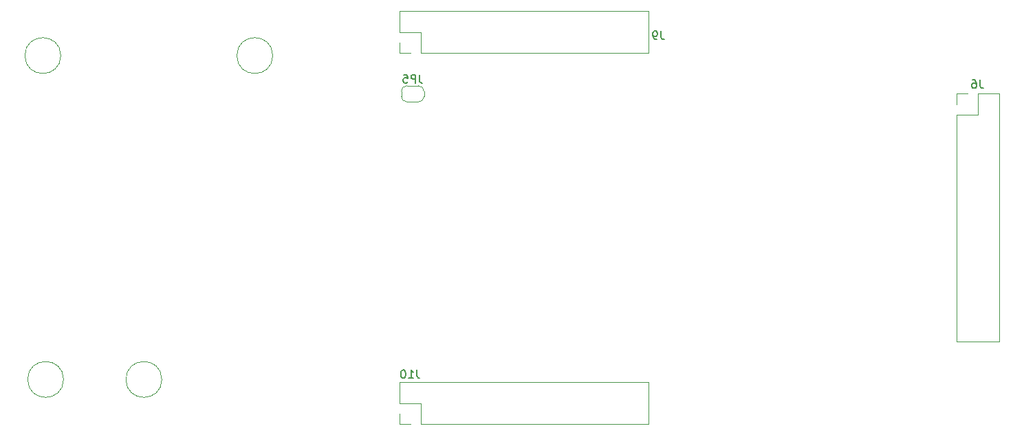
<source format=gbr>
G04 #@! TF.GenerationSoftware,KiCad,Pcbnew,(5.1.2)-1*
G04 #@! TF.CreationDate,2019-05-21T13:02:40-03:00*
G04 #@! TF.ProjectId,trololo,74726f6c-6f6c-46f2-9e6b-696361645f70,rev?*
G04 #@! TF.SameCoordinates,Original*
G04 #@! TF.FileFunction,Legend,Bot*
G04 #@! TF.FilePolarity,Positive*
%FSLAX46Y46*%
G04 Gerber Fmt 4.6, Leading zero omitted, Abs format (unit mm)*
G04 Created by KiCad (PCBNEW (5.1.2)-1) date 2019-05-21 13:02:40*
%MOMM*%
%LPD*%
G04 APERTURE LIST*
%ADD10C,0.120000*%
%ADD11C,0.150000*%
G04 APERTURE END LIST*
D10*
X117794000Y-38370000D02*
X116394000Y-38370000D01*
X115694000Y-39070000D02*
X115694000Y-39670000D01*
X116394000Y-40370000D02*
X117794000Y-40370000D01*
X118494000Y-39670000D02*
X118494000Y-39070000D01*
X118494000Y-39070000D02*
G75*
G03X117794000Y-38370000I-700000J0D01*
G01*
X117794000Y-40370000D02*
G75*
G03X118494000Y-39670000I0J700000D01*
G01*
X115694000Y-39670000D02*
G75*
G03X116394000Y-40370000I700000J0D01*
G01*
X116394000Y-38370000D02*
G75*
G03X115694000Y-39070000I0J-700000D01*
G01*
X115510000Y-29150000D02*
X115510000Y-31750000D01*
X115510000Y-29150000D02*
X146110000Y-29150000D01*
X146110000Y-29150000D02*
X146110000Y-34350000D01*
X118110000Y-34350000D02*
X146110000Y-34350000D01*
X118110000Y-31750000D02*
X118110000Y-34350000D01*
X115510000Y-31750000D02*
X118110000Y-31750000D01*
X115510000Y-34350000D02*
X116840000Y-34350000D01*
X115510000Y-33020000D02*
X115510000Y-34350000D01*
X74110000Y-74560000D02*
G75*
G03X74110000Y-74560000I-2210000J0D01*
G01*
X86210000Y-74560000D02*
G75*
G03X86210000Y-74560000I-2210000J0D01*
G01*
X115510000Y-74870000D02*
X115510000Y-77470000D01*
X115510000Y-74870000D02*
X146110000Y-74870000D01*
X146110000Y-74870000D02*
X146110000Y-80070000D01*
X118110000Y-80070000D02*
X146110000Y-80070000D01*
X118110000Y-77470000D02*
X118110000Y-80070000D01*
X115510000Y-77470000D02*
X118110000Y-77470000D01*
X115510000Y-80070000D02*
X116840000Y-80070000D01*
X115510000Y-78740000D02*
X115510000Y-80070000D01*
X185420000Y-39310000D02*
X184090000Y-39310000D01*
X184090000Y-39310000D02*
X184090000Y-40640000D01*
X186690000Y-39310000D02*
X186690000Y-41910000D01*
X186690000Y-41910000D02*
X184090000Y-41910000D01*
X184090000Y-41910000D02*
X184090000Y-69910000D01*
X189290000Y-69910000D02*
X184090000Y-69910000D01*
X189290000Y-39310000D02*
X189290000Y-69910000D01*
X189290000Y-39310000D02*
X186690000Y-39310000D01*
X99870000Y-34660000D02*
G75*
G03X99870000Y-34660000I-2210000J0D01*
G01*
X73770000Y-34660000D02*
G75*
G03X73770000Y-34660000I-2210000J0D01*
G01*
D11*
X117927333Y-37022380D02*
X117927333Y-37736666D01*
X117974952Y-37879523D01*
X118070190Y-37974761D01*
X118213047Y-38022380D01*
X118308285Y-38022380D01*
X117451142Y-38022380D02*
X117451142Y-37022380D01*
X117070190Y-37022380D01*
X116974952Y-37070000D01*
X116927333Y-37117619D01*
X116879714Y-37212857D01*
X116879714Y-37355714D01*
X116927333Y-37450952D01*
X116974952Y-37498571D01*
X117070190Y-37546190D01*
X117451142Y-37546190D01*
X115974952Y-37022380D02*
X116451142Y-37022380D01*
X116498761Y-37498571D01*
X116451142Y-37450952D01*
X116355904Y-37403333D01*
X116117809Y-37403333D01*
X116022571Y-37450952D01*
X115974952Y-37498571D01*
X115927333Y-37593809D01*
X115927333Y-37831904D01*
X115974952Y-37927142D01*
X116022571Y-37974761D01*
X116117809Y-38022380D01*
X116355904Y-38022380D01*
X116451142Y-37974761D01*
X116498761Y-37927142D01*
X147658413Y-31657040D02*
X147658413Y-32371326D01*
X147706032Y-32514183D01*
X147801270Y-32609421D01*
X147944127Y-32657040D01*
X148039365Y-32657040D01*
X147134603Y-32657040D02*
X146944127Y-32657040D01*
X146848889Y-32609421D01*
X146801270Y-32561802D01*
X146706032Y-32418945D01*
X146658413Y-32228469D01*
X146658413Y-31847517D01*
X146706032Y-31752279D01*
X146753651Y-31704660D01*
X146848889Y-31657040D01*
X147039365Y-31657040D01*
X147134603Y-31704660D01*
X147182222Y-31752279D01*
X147229841Y-31847517D01*
X147229841Y-32085612D01*
X147182222Y-32180850D01*
X147134603Y-32228469D01*
X147039365Y-32276088D01*
X146848889Y-32276088D01*
X146753651Y-32228469D01*
X146706032Y-32180850D01*
X146658413Y-32085612D01*
X117591103Y-73391780D02*
X117591103Y-74106066D01*
X117638722Y-74248923D01*
X117733960Y-74344161D01*
X117876818Y-74391780D01*
X117972056Y-74391780D01*
X116591103Y-74391780D02*
X117162532Y-74391780D01*
X116876818Y-74391780D02*
X116876818Y-73391780D01*
X116972056Y-73534638D01*
X117067294Y-73629876D01*
X117162532Y-73677495D01*
X115972056Y-73391780D02*
X115876818Y-73391780D01*
X115781580Y-73439400D01*
X115733960Y-73487019D01*
X115686341Y-73582257D01*
X115638722Y-73772733D01*
X115638722Y-74010828D01*
X115686341Y-74201304D01*
X115733960Y-74296542D01*
X115781580Y-74344161D01*
X115876818Y-74391780D01*
X115972056Y-74391780D01*
X116067294Y-74344161D01*
X116114913Y-74296542D01*
X116162532Y-74201304D01*
X116210151Y-74010828D01*
X116210151Y-73772733D01*
X116162532Y-73582257D01*
X116114913Y-73487019D01*
X116067294Y-73439400D01*
X115972056Y-73391780D01*
X186947133Y-37669220D02*
X186947133Y-38383506D01*
X186994752Y-38526363D01*
X187089990Y-38621601D01*
X187232847Y-38669220D01*
X187328085Y-38669220D01*
X186042371Y-37669220D02*
X186232847Y-37669220D01*
X186328085Y-37716840D01*
X186375704Y-37764459D01*
X186470942Y-37907316D01*
X186518561Y-38097792D01*
X186518561Y-38478744D01*
X186470942Y-38573982D01*
X186423323Y-38621601D01*
X186328085Y-38669220D01*
X186137609Y-38669220D01*
X186042371Y-38621601D01*
X185994752Y-38573982D01*
X185947133Y-38478744D01*
X185947133Y-38240649D01*
X185994752Y-38145411D01*
X186042371Y-38097792D01*
X186137609Y-38050173D01*
X186328085Y-38050173D01*
X186423323Y-38097792D01*
X186470942Y-38145411D01*
X186518561Y-38240649D01*
M02*

</source>
